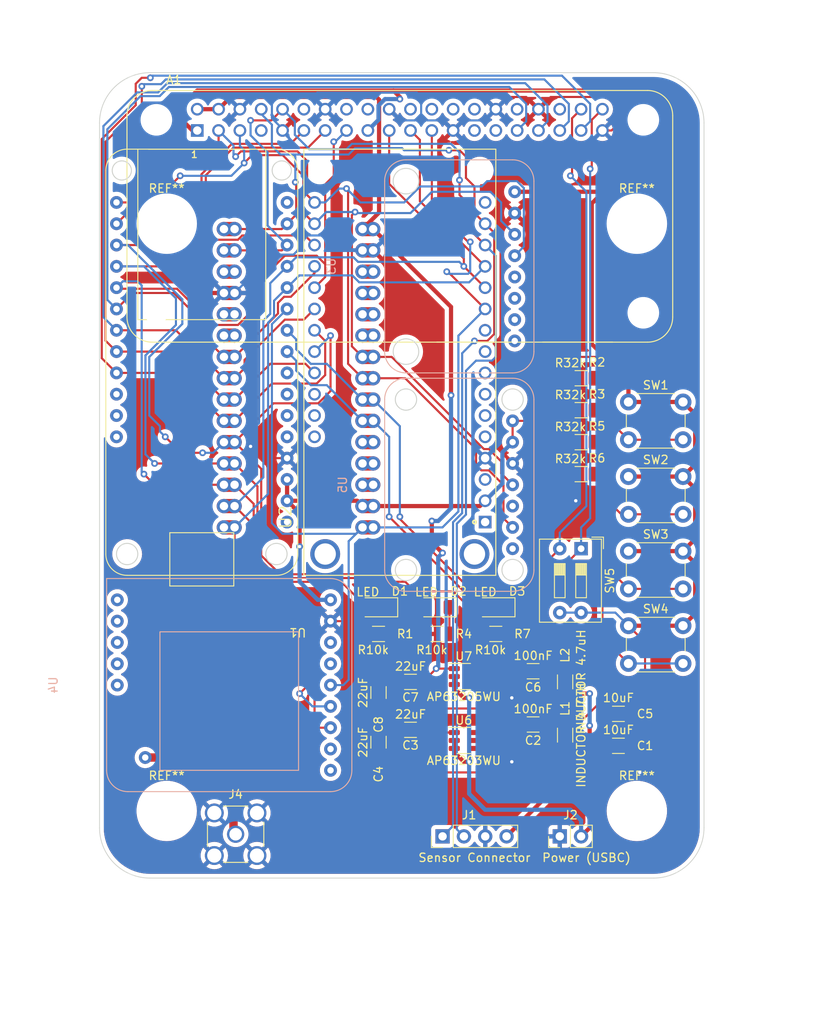
<source format=kicad_pcb>
(kicad_pcb (version 20211014) (generator pcbnew)
  (layers (0 "F.Cu" signal) (31 "B.Cu" signal) (34 "B.Paste" user) (35 "F.Paste" user) (36 "B.SilkS" user "B.Silkscreen") (37 "F.SilkS" user "F.Silkscreen") (38 "B.Mask" user) (39 "F.Mask" user) (44 "Edge.Cuts" user))
  (net 0 "")
  (net 1 "+3V3")
  (net 2 "+5V")
  (net 3 "/SDA")
  (net 4 "/SCL")
  (net 5 "GND")
  (net 7 "/TX")
  (net 8 "/RX")
  (net 9 "/LED3")
  (net 11 "/LED2")
  (net 12 "/LED1")
  (net 15 "/MOSI")
  (net 16 "/MISO")
  (net 18 "/SCK")
  (net 24 "/SW4")
  (net 26 "/SW3")
  (net 27 "/SW2")
  (net 29 "/SW1")
  (net 30 "/SW6")
  (net 31 "/SW5")
  (net 39 "VIN")
  (net 40 "Net-(C2-Pad1)")
  (net 41 "Net-(C2-Pad2)")
  (net 42 "Net-(C3-Pad2)")
  (net 43 "Net-(C6-Pad1)")
  (net 44 "Net-(C6-Pad2)")
  (net 45 "Net-(C7-Pad2)")
  (net 54 "Net-(D1-Pad1)")
  (net 55 "Net-(D2-Pad1)")
  (net 56 "Net-(D3-Pad1)")
  (net 57 "Net-(R2-Pad1)")
  (net 58 "Net-(R3-Pad1)")
  (net 59 "Net-(R5-Pad1)")
  (net 60 "Net-(R6-Pad1)")
  (net 77 "/SMA")
  (net 86 "/CS")
  (footprint "Adafruit Feather ESP8266:XCVR_Adafruit Feather ESP8266" (layer "F.Cu") (at 64.77 56.515 90)
    (fp_text reference "U2")
    (fp_text value "2821")
  )
  (footprint "Inductor_SMD:L_1206_3216Metric" (layer "F.Cu") (at 84.455 94.615 -90)
    (fp_text reference "L2")
    (fp_text value "INDUCTOR 4.7uH")
  )
  (footprint "Package_TO_SOT_SMD:TSOT-23-6" (layer "F.Cu") (at 72.39 101.6)
    (fp_text reference "U6")
    (fp_text value "AP63203WU")
  )
  (footprint "Capacitor_SMD:C_1206_3216Metric" (layer "F.Cu") (at 62.23 101.805 -90)
    (fp_text reference "C4")
    (fp_text value "22uF")
  )
  (footprint "Adafruit ESPs:ESP32-S3" (layer "F.Cu") (at 52.61 81.915 180)
    (fp_text reference "U1")
    (fp_text value "ESP32-S3")
    (fp_circle (center 20.955 48.26) (end 22.098 48.26) (layer "Edge.Cuts") (width 0.12) (fill none))
    (fp_circle (center 1.905 48.26) (end 3.048 48.26) (layer "Edge.Cuts") (width 0.12) (fill none))
    (fp_circle (center 20.32 2.54) (end 20.32 1.27) (layer "Edge.Cuts") (width 0.12) (fill none))
    (fp_circle (center 2.54 2.54) (end 3.81 2.54) (layer "Edge.Cuts") (width 0.12) (fill none))
  )
  (footprint "Resistor_SMD:R_1206_3216Metric" (layer "F.Cu") (at 76.2 88.9 180)
    (fp_text reference "R7")
    (fp_text value "R10k")
  )
  (footprint "Capacitor_SMD:C_1206_3216Metric" (layer "F.Cu") (at 80.645 99.695 180)
    (fp_text reference "C2")
    (fp_text value "100nF")
  )
  (footprint "Capacitor_SMD:C_1206_3216Metric" (layer "F.Cu") (at 90.805 98.425)
    (fp_text reference "C5")
    (fp_text value "10uF")
  )
  (footprint "Capacitor_SMD:C_1206_3216Metric" (layer "F.Cu") (at 90.805 102.235)
    (fp_text reference "C1")
    (fp_text value "10uF")
  )
  (footprint "Button_Switch_THT:SW_PUSH_6mm" (layer "F.Cu") (at 92 70.14)
    (fp_text reference "SW2")
    (fp_text value "SW_MEC_5E")
  )
  (footprint "LED_SMD:LED_1206_3216Metric" (layer "F.Cu") (at 62.23 85.725 180)
    (fp_text reference "D1")
    (fp_text value "LED")
  )
  (footprint "Resistor_SMD:R_1206_3216Metric" (layer "F.Cu") (at 86.36 62.23 180)
    (fp_text reference "R3")
    (fp_text value "R32k")
  )
  (footprint "Resistor_SMD:R_1206_3216Metric" (layer "F.Cu") (at 86.36 58.42 180)
    (fp_text reference "R2")
    (fp_text value "R32k")
  )
  (footprint "Button_Switch_THT:SW_PUSH_6mm" (layer "F.Cu") (at 92 79.03)
    (fp_text reference "SW3")
    (fp_text value "SW_MEC_5E")
  )
  (footprint "MountingHole:MountingHole_3.2mm_M3" (layer "F.Cu") (at 37 40)
    (fp_text reference "REF**")
    (fp_text value "MountingHole_3.2mm_M3")
  )
  (footprint "Connector_Coaxial:SMA_Amphenol_132134-11_Vertical" (layer "F.Cu") (at 45.212 112.776)
    (fp_text reference "J4")
    (fp_text value "Conn_Coaxial")
  )
  (footprint "Capacitor_SMD:C_1206_3216Metric" (layer "F.Cu") (at 80.645 93.345 180)
    (fp_text reference "C6")
    (fp_text value "100nF")
  )
  (footprint "Arduino Nano:NANO_33_Socket_Castell" (layer "F.Cu") (at 52.705 58.42 90)
    (fp_text reference "J3")
    (fp_text value "Arduino-NANO-33")
  )
  (footprint "Connector_PinHeader_2.54mm:PinHeader_1x02_P2.54mm_Vertical" (layer "F.Cu") (at 83.82 113.03 90)
    (fp_text reference "J2")
    (fp_text value "Power (USBC)")
  )
  (footprint "Button_Switch_THT:SW_PUSH_6mm" (layer "F.Cu") (at 92 61.25)
    (fp_text reference "SW1")
    (fp_text value "SW_MEC_5E")
  )
  (footprint "pi_zero:ADA3708_RPI-ZERO" (layer "F.Cu") (at 64.77 27.62)
    (fp_text reference "A1")
    (fp_text value "Pi-Zero")
  )
  (footprint "Capacitor_SMD:C_1206_3216Metric" (layer "F.Cu") (at 66.04 94.615 180)
    (fp_text reference "C7")
    (fp_text value "22uF")
  )
  (footprint "Button_Switch_THT:SW_PUSH_6mm" (layer "F.Cu") (at 92 87.92)
    (fp_text reference "SW4")
    (fp_text value "SW_MEC_5E")
  )
  (footprint "Button_Switch_THT:SW_DIP_SPSTx02_Slide_9.78x7.26mm_W7.62mm_P2.54mm" (layer "F.Cu") (at 86.36 78.74 -90)
    (fp_text reference "SW5")
    (fp_text value "SW_DIP_x02")
  )
  (footprint "MountingHole:MountingHole_3.2mm_M3" (layer "F.Cu") (at 93 110)
    (fp_text reference "REF**")
    (fp_text value "MountingHole_3.2mm_M3")
  )
  (footprint "Package_TO_SOT_SMD:TSOT-23-6" (layer "F.Cu") (at 72.39 93.98)
    (fp_text reference "U7")
    (fp_text value "AP63205WU")
  )
  (footprint "LED_SMD:LED_1206_3216Metric" (layer "F.Cu") (at 76.2 85.725 180)
    (fp_text reference "D3")
    (fp_text value "LED")
  )
  (footprint "Capacitor_SMD:C_1206_3216Metric" (layer "F.Cu") (at 66.04 100.33 180)
    (fp_text reference "C3")
    (fp_text value "22uF")
  )
  (footprint "Resistor_SMD:R_1206_3216Metric" (layer "F.Cu") (at 69.215 88.9 180)
    (fp_text reference "R4")
    (fp_text value "R10k")
  )
  (footprint "MountingHole:MountingHole_3.2mm_M3" (layer "F.Cu") (at 37 110)
    (fp_text reference "REF**")
    (fp_text value "MountingHole_3.2mm_M3")
  )
  (footprint "LED_SMD:LED_1206_3216Metric" (layer "F.Cu") (at 69.215 85.725 180)
    (fp_text reference "D2")
    (fp_text value "LED")
  )
  (footprint "Connector_PinHeader_2.54mm:PinHeader_1x04_P2.54mm_Vertical" (layer "F.Cu") (at 69.86 113.03 90)
    (fp_text reference "J1")
    (fp_text value "Sensor Connector")
  )
  (footprint "Resistor_SMD:R_1206_3216Metric" (layer "F.Cu") (at 86.36 69.85 180)
    (fp_text reference "R6")
    (fp_text value "R32k")
  )
  (footprint "Resistor_SMD:R_1206_3216Metric" (layer "F.Cu") (at 62.23 88.9 180)
    (fp_text reference "R1")
    (fp_text value "R10k")
  )
  (footprint "Capacitor_SMD:C_1206_3216Metric" (layer "F.Cu") (at 62.23 95.885 -90)
    (fp_text reference "C8")
    (fp_text value "22uF")
  )
  (footprint "MountingHole:MountingHole_3.2mm_M3" (layer "F.Cu") (at 93 40)
    (fp_text reference "REF**")
    (fp_text value "MountingHole_3.2mm_M3")
  )
  (footprint "Inductor_SMD:L_1206_3216Metric" (layer "F.Cu") (at 84.455 100.965 -90)
    (fp_text reference "L1")
    (fp_text value "INDUCTOR 4.7uH")
  )
  (footprint "Resistor_SMD:R_1206_3216Metric" (layer "F.Cu") (at 86.36 66.04 180)
    (fp_text reference "R5")
    (fp_text value "R32k")
  )
  (footprint "Adafruit_Sensors:BME280 I2C Temperature Sensor" (layer "B.Cu") (at 62.96 71.12 -90)
    (fp_text reference "U5")
    (fp_text value "BME280_Temperature_Sensor")
    (fp_circle (center -10.16 -2.54) (end -8.89 -2.54) (layer "Edge.Cuts") (width 0.12) (fill none))
    (fp_circle (center 10.16 -15.24) (end 10.16 -13.97) (layer "Edge.Cuts") (width 0.12) (fill none))
    (fp_circle (center 10.16 -2.54) (end 11.43 -2.54) (layer "Edge.Cuts") (width 0.12) (fill none))
    (fp_circle (center -10.16 -15.24) (end -10.16 -13.97) (layer "Edge.Cuts") (width 0.12) (fill none))
  )
  (footprint "Adafruit_Sensors:DS3231 Precision RTC" (layer "B.Cu") (at 62.96 45.085 -90)
    (fp_text reference "U3")
    (fp_text value "DS3231_Precision_RTC")
    (fp_circle (center -10.16 -2.54) (end -8.636 -2.54) (layer "Edge.Cuts") (width 0.12) (fill none))
    (fp_circle (center 10.16 -2.54) (end 11.684 -2.54) (layer "Edge.Cuts") (width 0.12) (fill none))
  )
  (footprint "Adafruit_Sensors:FM95W LoRa Radio Transceiver" (layer "B.Cu") (at 29.845 94.996 -90)
    (fp_text reference "U4")
    (fp_text value "RFM95W_LoRa_Radio_Transceiver")
  )
  (gr_arc (start 95 22) (mid 99.242641 23.757359) (end 101 28) (layer "Edge.Cuts") (width 0.1))
  (gr_line (start 35 118) (end 95 118) (layer "Edge.Cuts") (width 0.1))
  (gr_line (start 101 112) (end 101 28) (layer "Edge.Cuts") (width 0.1))
  (gr_arc (start 101 112) (mid 99.242641 116.242641) (end 95 118) (layer "Edge.Cuts") (width 0.1))
  (gr_line (start 35 22) (end 95 22) (layer "Edge.Cuts") (width 0.1))
  (gr_arc (start 29 28) (mid 30.757359 23.757359) (end 35 22) (layer "Edge.Cuts") (width 0.1))
  (gr_line (start 29 28) (end 29 112) (layer "Edge.Cuts") (width 0.1))
  (gr_arc (start 35 118) (mid 30.757359 116.242641) (end 29 112) (layer "Edge.Cuts") (width 0.1))
  (segment (start 40.64 24.13) (end 64.008 24.13) (width 0.5) (layer "F.Cu") (net 1))
  (segment (start 51.34 73.025) (end 59.69 73.025) (width 0.5) (layer "F.Cu") (net 1))
  (segment (start 67.515 103.71) (end 67.515 100.33) (width 0.25) (layer "F.Cu") (net 1))
  (segment (start 81.61 102.54) (end 78.74 105.41) (width 0.25) (layer "F.Cu") (net 1))
  (segment (start 98.5 87.92) (end 92 87.92) (width 0.5) (layer "F.Cu") (net 1))
  (segment (start 61.595 73.66) (end 74.295 73.66) (width 0.5) (layer "F.Cu") (net 1))
  (segment (start 38.608 27.432) (end 38.608 26.162) (width 0.5) (layer "F.Cu") (net 1))
  (segment (start 67.835 100.65) (end 71.2525 100.65) (width 0.25) (layer "F.Cu") (net 1))
  (segment (start 78.2 63.5) (end 78.2 66.04) (width 0.25) (layer "F.Cu") (net 1))
  (segment (start 38.608 26.162) (end 40.64 24.13) (width 0.5) (layer "F.Cu") (net 1))
  (segment (start 59.69 73.025) (end 60.325 73.66) (width 0.5) (layer "F.Cu") (net 1))
  (segment (start 87.63 37.592) (end 87.63 54.34) (width 0.5) (layer "F.Cu") (net 1))
  (segment (start 64.008 24.13) (end 90.424 24.13) (width 0.5) (layer "F.Cu") (net 1))
  (segment (start 40.066 28.89) (end 38.608 27.432) (width 0.5) (layer "F.Cu") (net 1))
  (segment (start 92.548632 95.25) (end 93.98 93.818632) (width 0.25) (layer "F.Cu") (net 1))
  (segment (start 91.186 34.036) (end 89.027 36.195) (width 0.5) (layer "F.Cu") (net 1))
  (segment (start 98.5 70.14) (end 99.949511 71.589511) (width 0.5) (layer "F.Cu") (net 1))
  (segment (start 98.5 70.14) (end 92 70.14) (width 0.5) (layer "F.Cu") (net 1))
  (segment (start 89.17 55.88) (end 83.82 55.88) (width 0.25) (layer "F.Cu") (net 1))
  (segment (start 99.949511 80.479511) (end 99.949511 86.470489) (width 0.5) (layer "F.Cu") (net 1))
  (segment (start 98.5 79.03) (end 92 79.03) (width 0.5) (layer "F.Cu") (net 1))
  (segment (start 40.64 28.89) (end 40.066 28.89) (width 0.5) (layer "F.Cu") (net 1))
  (segment (start 92 61.25) (end 98.5 61.25) (width 0.5) (layer "F.Cu") (net 1))
  (segment (start 51.34 70.485) (end 51.34 73.025) (width 0.5) (layer "F.Cu") (net 1))
  (segment (start 84.455 102.54) (end 81.61 102.54) (width 0.25) (layer "F.Cu") (net 1))
  (segment (start 92 58.71) (end 92 61.25) (width 0.5) (layer "F.Cu") (net 1))
  (segment (start 74.295 73.66) (end 74.93 73.025) (width 0.5) (layer "F.Cu") (net 1))
  (segment (start 93.98 93.818632) (end 93.98 89.9) (width 0.25) (layer "F.Cu") (net 1))
  (segment (start 64.77 24.892) (end 64.77 25.146) (width 0.5) (layer "F.Cu") (net 1))
  (segment (start 80.01 63.5) (end 78.2 63.5) (width 0.25) (layer "F.Cu") (net 1))
  (segment (start 99.949511 77.580489) (end 98.5 79.03) (width 0.5) (layer "F.Cu") (net 1))
  (segment (start 89.027 36.195) (end 87.63 37.592) (width 0.5) (layer "F.Cu") (net 1))
  (segment (start 99.949511 86.470489) (end 98.5 87.92) (width 0.5) (layer "F.Cu") (net 1))
  (segment (start 98.5 61.25) (end 99.949511 62.699511) (width 0.5) (layer "F.Cu") (net 1))
  (segment (start 52.832 74.517) (end 51.34 73.025) (width 0.5) (layer "F.Cu") (net 1))
  (segment (start 52.832 78.486) (end 52.832 74.517) (width 0.5) (layer "F.Cu") (net 1))
  (segment (start 86.106 99.568) (end 90.424 95.25) (width 0.25) (layer "F.Cu") (net 1))
  (segment (start 90.424 95.25) (end 92.548632 95.25) (width 0.25) (layer "F.Cu") (net 1))
  (segment (start 69.215 105.41) (end 67.515 103.71) (width 0.25) (layer "F.Cu") (net 1))
  (segment (start 99.949511 68.690489) (end 98.5 70.14) (width 0.5) (layer "F.Cu") (net 1))
  (segment (start 78.74 105.41) (end 69.215 105.41) (width 0.25) (layer "F.Cu") (net 1))
  (segment (start 83.82 55.88) (end 81.28 58.42) (width 0.25) (layer "F.Cu") (net 1))
  (segment (start 81.28 58.42) (end 81.28 62.23) (width 0.25) (layer "F.Cu") (net 1))
  (segment (start 87.63 54.34) (end 92 58.71) (width 0.5) (layer "F.Cu") (net 1))
  (segment (start 99.949511 62.699511) (end 99.949511 68.690489) (width 0.5) (layer "F.Cu") (net 1))
  (segment (start 81.28 62.23) (end 80.01 63.5) (width 0.25) (layer "F.Cu") (net 1))
  (segment (start 90.424 24.13) (end 91.186 24.892) (width 0.5) (layer "F.Cu") (net 1))
  (segment (start 84.455 102.54) (end 86.106 100.889) (width 0.25) (layer "F.Cu") (net 1))
  (segment (start 91.186 24.892) (end 91.186 34.036) (width 0.5) (layer "F.Cu") (net 1))
  (segment (start 99.949511 71.589511) (end 99.949511 77.580489) (width 0.5) (layer "F.Cu") (net 1))
  (segment (start 64.008 24.13) (end 64.77 24.892) (width 0.5) (layer "F.Cu") (net 1))
  (segment (start 67.515 100.33) (end 67.835 100.65) (width 0.25) (layer "F.Cu") (net 1))
  (segment (start 98.5 79.03) (end 99.949511 80.479511) (width 0.5) (layer "F.Cu") (net 1))
  (segment (start 89.027 36.195) (end 78.454 36.195) (width 0.5) (layer "F.Cu") (net 1))
  (segment (start 86.106 100.889) (end 86.106 99.568) (width 0.25) (layer "F.Cu") (net 1))
  (segment (start 93.98 89.9) (end 92 87.92) (width 0.25) (layer "F.Cu") (net 1))
  (segment (start 60.325 73.66) (end 61.595 73.66) (width 0.5) (layer "F.Cu") (net 1))
  (via (at 52.832 78.486) (size 0.8) (drill 0.4) (layers "F.Cu" "B.Cu") (net 1))
  (via (at 64.77 25.146) (size 0.8) (drill 0.4) (layers "F.Cu" "B.Cu") (net 1))
  (segment (start 90.44 86.36) (end 92 87.92) (width 0.25) (layer "B.Cu") (net 1))
  (segment (start 62.23 27.62) (end 60.96 28.89) (width 0.5) (layer "B.Cu") (net 1))
  (segment (start 76.988489 70.966511) (end 76.988489 67.251511) (width 0.5) (layer "B.Cu") (net 1))
  (segment (start 83.82 86.36) (end 86.36 86.36) (width 0.25) (layer "B.Cu") (net 1))
  (segment (start 62.23 25.917977) (end 62.23 27.62) (width 0.5) (layer "B.Cu") (net 1))
  (segment (start 52.832 82.677) (end 52.832 78.486) (width 0.5) (layer "B.Cu") (net 1))
  (segment (start 52.832 82.677) (end 54.991 84.836) (width 0.5) (layer "B.Cu") (net 1))
  (segment (start 63.001977 25.146) (end 62.23 25.917977) (width 0.5) (layer "B.Cu") (net 1))
  (segment (start 86.36 86.36) (end 90.44 86.36) (width 0.25) (layer "B.Cu") (net 1))
  (segment (start 64.77 25.146) (end 63.001977 25.146) (width 0.5) (layer "B.Cu") (net 1))
  (segment (start 74.93 73.025) (end 76.988489 70.966511) (width 0.5) (layer "B.Cu") (net 1))
  (segment (start 76.988489 67.251511) (end 78.2 66.04) (width 0.5) (layer "B.Cu") (net 1))
  (segment (start 54.991 84.836) (end 56.515 84.836) (width 0.5) (layer "B.Cu") (net 1))
  (segment (start 87.376 103.134) (end 87.376 99.822) (width 0.5) (layer "F.Cu") (net 2))
  (segment (start 69.85 79.248) (end 68.58 77.978) (width 0.5) (layer "F.Cu") (net 2))
  (segment (start 87.376 96.012) (end 84.633 96.012) (width 0.5) (layer "F.Cu") (net 2))
  (segment (start 67.515 96.09) (end 67.515 94.615) (width 0.25) (layer "F.Cu") (net 2))
  (segment (start 71.2525 93.03) (end 69.1 93.03) (width 0.25) (layer "F.Cu") (net 2))
  (segment (start 68.58 77.978) (end 68.58 75.438) (width 0.5) (layer "F.Cu") (net 2))
  (segment (start 43.18 26.35) (end 44.638 24.892) (width 0.5) (layer "F.Cu") (net 2))
  (segment (start 69.215 97.79) (end 67.515 96.09) (width 0.25) (layer "F.Cu") (net 2))
  (segment (start 77.48 113.03) (end 87.376 103.134) (width 0.5) (layer "F.Cu") (net 2))
  (segment (start 62.296489 38.668511) (end 60.325 40.64) (width 0.5) (layer "F.Cu") (net 2))
  (segment (start 69.1 93.03) (end 67.515 94.615) (width 0.25) (layer "F.Cu") (net 2))
  (segment (start 84.455 96.19) (end 80.34 96.19) (width 0.25) (layer "F.Cu") (net 2))
  (segment (start 61.976 24.892) (end 62.296489 25.212489) (width 0.5) (layer "F.Cu") (net 2))
  (segment (start 78.74 97.79) (end 69.215 97.79) (width 0.25) (layer "F.Cu") (net 2))
  (segment (start 61.595 40.64) (end 70.866 49.911) (width 0.5) (layer "F.Cu") (net 2))
  (segment (start 80.34 96.19) (end 78.74 97.79) (width 0.25) (layer "F.Cu") (net 2))
  (segment (start 62.296489 25.212489) (end 62.296489 38.668511) (width 0.5) (layer "F.Cu") (net 2))
  (segment (start 70.866 49.911) (end 70.866 60.452) (width 0.5) (layer "F.Cu") (net 2))
  (segment (start 44.638 24.892) (end 61.976 24.892) (width 0.5) (layer "F.Cu") (net 2))
  (segment (start 84.633 96.012) (end 84.455 96.19) (width 0.5) (layer "F.Cu") (net 2))
  (segment (start 40.64 26.35) (end 43.18 26.35) (width 0.5) (layer "F.Cu") (net 2))
  (via (at 68.58 75.438) (size 0.8) (drill 0.4) (layers "F.Cu" "B.Cu") (net 2))
  (via (at 69.85 79.248) (size 0.8) (drill 0.4) (layers "F.Cu" "B.Cu") (net 2))
  (via (at 87.376 99.822) (size 0.8) (drill 0.4) (layers "F.Cu" "B.Cu") (net 2))
  (via (at 70.866 60.452) (size 0.8) (drill 0.4) (layers "F.Cu" "B.Cu") (net 2))
  (via (at 87.376 96.012) (size 0.8) (drill 0.4) (layers "F.Cu" "B.Cu") (net 2))
  (via (at 69.1 93.03) (size 0.8) (drill 0.4) (layers "F.Cu" "B.Cu") (net 2))
  (segment (start 69.342 75.438) (end 68.58 75.438) (width 0.5) (layer "B.Cu") (net 2))
  (segment (start 69.342 92.788) (end 69.1 93.03) (width 0.5) (layer "B.Cu") (net 2))
  (segment (start 87.376 99.822) (end 87.376 96.012) (width 0.5) (layer "B.Cu") (net 2))
  (segment (start 69.85 79.248) (end 69.342 79.756) (width 0.5) (layer "B.Cu") (net 2))
  (segment (start 70.866 60.452) (end 70.866 73.914) (width 0.5) (layer "B.Cu") (net 2))
  (segment (start 69.342 79.756) (end 69.342 92.788) (width 0.5) (layer "B.Cu") (net 2))
  (segment (start 70.866 73.914) (end 69.342 75.438) (width 0.5) (layer "B.Cu") (net 2))
  (segment (start 31.02 37.465) (end 32.385 37.465) (width 0.25) (layer "F.Cu") (net 3))
  (segment (start 45.212 32.004) (end 45.83696 31.37904) (width 0.25) (layer "F.Cu") (net 3))
  (segment (start 38.1 31.75) (end 41.91 31.75) (width 0.25) (layer "F.Cu") (net 3))
  (segment (start 41.91 31.75) (end 43.18 30.48) (width 0.25) (layer "F.Cu") (net 3))
  (segment (start 58.60548 35.99948) (end 58.60548 56.70048) (width 0.25) (layer "F.Cu") (net 3))
  (segment (start 73.851489 66.866489) (end 73.851489 68.771489) (width 0.25) (layer "F.Cu") (net 3))
  (segment (start 65.405 58.42) (end 73.851489 66.866489) (width 0.25) (layer "F.Cu") (net 3))
  (segment (start 53.727479 32.528519) (end 53.727479 36.582479) (width 0.25) (layer "F.Cu") (net 3))
  (segment (start 43.18 30.48) (end 43.18 28.89) (width 0.25) (layer "F.Cu") (net 3))
  (segment (start 77.113489 71.143243) (end 77.113489 75.113489) (width 0.25) (layer "F.Cu") (net 3))
  (segment (start 32.385 37.465) (end 38.1 31.75) (width 0.25) (layer "F.Cu") (net 3))
  (segment (start 74.486489 69.406489) (end 75.376735 69.406489) (width 0.25) (layer "F.Cu") (net 3))
  (segment (start 75.376735 69.406489) (end 77.113489 71.143243) (width 0.25) (layer "F.Cu") (net 3))
  (segment (start 58.60548 56.70048) (end 60.325 58.42) (width 0.25) (layer "F.Cu") (net 3))
  (segment (start 77.113489 75.113489) (end 78.2 76.2) (width 0.25) (layer "F.Cu") (net 3))
  (segment (start 53.727479 36.582479) (end 54.61 37.465) (width 0.25) (layer "F.Cu") (net 3))
  (segment (start 58.42 35.814) (end 58.60548 35.99948) (width 0.25) (layer "F.Cu") (net 3))
  (segment (start 61.595 58.42) (end 65.405 58.42) (width 0.25) (layer "F.Cu") (net 3))
  (segment (start 45.83696 31.37904) (end 52.578 31.37904) (width 0.25) (layer "F.Cu") (net 3))
  (segment (start 52.578 31.37904) (end 53.727479 32.528519) (width 0.25) (layer "F.Cu") (net 3))
  (segment (start 73.851489 68.771489) (end 74.486489 69.406489) (width 0.25) (layer "F.Cu") (net 3))
  (via (at 58.42 35.814) (size 0.8) (drill 0.4) (layers "F.Cu" "B.Cu") (net 3))
  (via (at 45.212 32.004) (size 0.8) (drill 0.4) (layers "F.Cu" "B.Cu") (net 3))
  (segment (start 79.540511 42.728489) (end 79.540511 35.744951) (width 0.25) (layer "B.Cu") (net 3))
  (segment (start 44.958 30.668) (end 44.958 31.75) (width 0.25) (layer "B.Cu") (net 3))
  (segment (start 55.88 37.465) (end 54.61 37.465) (width 0.25) (layer "B.Cu") (net 3))
  (segment (start 67.198073 35.56) (end 65.293073 37.465) (width 0.25) (layer "B.Cu") (net 3))
  (segment (start 74.5361 35.56) (end 67.198073 35.56) (width 0.25) (layer "B.Cu") (net 3))
  (segment (start 75.1711 34.925) (end 74.5361 35.56) (width 0.25) (layer "B.Cu") (net 3))
  (segment (start 78.454 43.815) (end 79.540511 42.728489) (width 0.25) (layer "B.Cu") (net 3))
  (segment (start 65.293073 37.465) (end 60.071 37.465) (width 0.25) (layer "B.Cu") (net 3))
  (segment (start 78.72056 34.925) (end 75.1711 34.925) (width 0.25) (layer "B.Cu") (net 3))
  (segment (start 60.071 37.465) (end 58.42 35.814) (width 0.25) (layer "B.Cu") (net 3))
  (segment (start 43.18 28.89) (end 44.958 30.668) (width 0.25) (layer "B.Cu") (net 3))
  (segment (start 58.42 35.814) (end 57.531 35.814) (width 0.25) (layer "B.Cu") (net 3))
  (segment (start 79.540511 35.744951) (end 78.72056 34.925) (width 0.25) (layer "B.Cu") (net 3))
  (segment (start 57.531 35.814) (end 55.88 37.465) (width 0.25) (layer "B.Cu") (net 3))
  (segment (start 44.958 31.75) (end 45.212 32.004) (width 0.25) (layer "B.Cu") (net 3))
  (segment (start 53.277959 38.672959) (end 54.61 40.005) (width 0.25) (layer "F.Cu") (net 4))
  (segment (start 61.595 55.88) (end 63.800058 55.88) (width 0.25) (layer "F.Cu") (net 4))
  (segment (start 75.376735 66.866489) (end 76.835 68.324754) (width 0.25) (layer "F.Cu") (net 4))
  (segment (start 59.055 38.989) (end 59.436 38.608) (width 0.25) (layer "F.Cu") (net 4))
  (segment (start 60.325 55.88) (end 59.055 54.61) (width 0.25) (layer "F.Cu") (net 4))
  (segment (start 59.055 54.61) (end 59.055 38.989) (width 0.25) (layer "F.Cu") (net 4))
  (segment (start 38.608 34.29) (end 37.338 35.56) (width 0.25) (layer "F.Cu") (net 4))
  (segment (start 35.465 35.56) (end 31.02 40.005) (width 0.25) (layer "F.Cu") (net 4))
  (segment (start 74.786547 66.866489) (end 75.376735 66.866489) (width 0.25) (layer "F.Cu") (net 4))
  (segment (start 63.800058 55.88) (end 74.786547 66.866489) (width 0.25) (layer "F.Cu") (net 4))
  (segment (start 53.277959 34.29) (end 53.277959 38.672959) (width 0.25) (layer "F.Cu") (net 4))
  (segment (start 37.338 35.56) (end 35.465 35.56) (width 0.25) (layer "F.Cu") (net 4))
  (segment (start 47.16544 31.82856) (end 50.816519 31.82856) (width 0.25) (layer "F.Cu") (net 4))
  (segment (start 46.228 32.766) (end 47.16544 31.82856) (width 0.25) (layer "F.Cu") (net 4))
  (segment (start 76.835 68.324754) (end 76.835 69.755) (width 0.25) (layer "F.Cu") (net 4))
  (segment (start 76.835 69.755) (end 78.2 71.12) (width 0.25) (layer "F.Cu") (net 4))
  (segment (start 50.816519 31.82856) (end 53.277959 34.29) (width 0.25) (layer "F.Cu") (net 4))
  (via (at 46.228 32.766) (size 0.8) (drill 0.4) (layers "F.Cu" "B.Cu") (net 4))
  (via (at 59.436 38.608) (size 0.8) (drill 0.4) (layers "F.Cu" "B.Cu") (net 4))
  (via (at 38.608 34.29) (size 0.8) (drill 0.4) (layers "F.Cu" "B.Cu") (net 4))
  (segment (start 66.04 38.735) (end 68.58 36.195) (width 0.25) (layer "B.Cu") (net 4))
  (segment (start 76.835 37.465) (end 76.835 39.656) (width 0.25) (layer "B.Cu") (net 4))
  (segment (start 56.007 38.608) (end 59.436 38.608) (width 0.25) (layer "B.Cu") (net 4))
  (segment (start 75.565 36.195) (end 76.835 37.465) (width 0.25) (layer "B.Cu") (net 4))
  (segment (start 54.61 40.005) (end 56.007 38.608) (width 0.25) (layer "B.Cu") (net 4))
  (segment (start 45.72 30.734) (end 46.228 31.242) (width 0.25) (layer "B.Cu") (net 4))
  (segment (start 45.72 28.89) (end 45.72 30.734) (width 0.25) (layer "B.Cu") (net 4))
  (segment (start 46.228 31.242) (end 46.228 32.766) (width 0.25) (layer "B.Cu") (net 4))
  (segment (start 59.436 38.608) (end 59.563 38.735) (width 0.25) (layer "B.Cu") (net 4))
  (segment (start 44.704 34.29) (end 46.228 32.766) (width 0.25) (layer "B.Cu") (net 4))
  (segment (start 38.608 34.29) (end 44.704 34.29) (width 0.25) (layer "B.Cu") (net 4))
  (segment (start 68.58 36.195) (end 75.565 36.195) (width 0.25) (layer "B.Cu") (net 4))
  (segment (start 59.563 38.735) (end 66.04 38.735) (width 0.25) (layer "B.Cu") (net 4))
  (segment (start 76.835 39.656) (end 78.454 41.275) (width 0.25) (layer "B.Cu") (net 4))
  (segment (start 92.28 98.425) (end 92.28 102.235) (width 0.5) (layer "F.Cu") (net 5))
  (segment (start 48.387 67.945) (end 51.34 67.945) (width 0.25) (layer "F.Cu") (net 5))
  (segment (start 90.61148 26.09548) (end 90.61148 28.26052) (width 0.25) (layer "F.Cu") (net 5))
  (segment (start 90.61148 28.26052) (end 89.982 28.89) (width 0.25) (layer "F.Cu") (net 5))
  (segment (start 62.09202 90.22452) (end 66.42798 90.22452) (width 0.5) (layer "F.Cu") (net 5))
  (segment (start 59.2435 87.376) (end 60.7675 88.9) (width 0.25) (layer "F.Cu") (net 5))
  (segment (start 92.28 104.345) (end 93.345 105.41) (width 0.5) (layer "F.Cu") (net 5))
  (segment (start 84.8975 69.85) (end 84.8975 72.1975) (width 0.5) (layer "F.Cu") (net 5))
  (segment (start 77.658 24.892) (end 79.822 24.892) (width 0.25) (layer "F.Cu") (net 5))
  (segment (start 76.2 26.35) (end 77.658 24.892) (width 0.25) (layer "F.Cu") (net 5))
  (segment (start 76.515 102.55) (end 78.105 104.14) (width 0.5) (layer "F.Cu") (net 5))
  (segment (start 73.41298 90.22452) (end 74.7375 88.9) (width 0.5) (layer "F.Cu") (net 5))
  (segment (start 79.822 24.892) (end 81.28 26.35) (width 0.25) (layer "F.Cu") (net 5))
  (segment (start 62.23 97.36) (end 60.88048 98.70952) (width 0.5) (layer "F.Cu") (net 5))
  (segment (start 82.738 24.892) (end 89.408 24.892) (width 0.25) (layer "F.Cu") (net 5))
  (segment (start 66.42798 90.22452) (end 73.41298 90.22452) (width 0.5) (layer "F.Cu") (net 5))
  (segment (start 84.8975 69.85) (end 84.8975 58.42) (width 0.5) (layer "F.Cu") (net 5))
  (segment (start 89.408 24.892) (end 90.61148 26.09548) (width 0.25) (layer "F.Cu") (net 5))
  (segment (start 73.5275 102.55) (end 76.515 102.55) (width 0.5) (layer "F.Cu") (net 5))
  (segment (start 78.105 96.52) (end 77.88125 96.52) (width 0.5) (layer "F.Cu") (net 5))
  (segment (start 56.515 87.376) (end 59.2435 87.376) (width 0.25) (layer "F.Cu") (net 5))
  (segment (start 60.88048 98.70952) (end 60.88048 101.93048) (width 0.5) (layer "F.Cu") (net 5))
  (segment (start 60.7675 88.9) (end 60.7675 95.8975) (width 0.5) (layer "F.Cu") (net 5))
  (segment (start 81.28 26.35) (end 82.738 24.892) (width 0.25) (layer "F.Cu") (net 5))
  (segment (start 62.09202 90.22452) (end 60.7675 88.9) (width 0.5) (layer "F.Cu") (net 5))
  (segment (start 46.99 66.548) (end 48.387 67.945) (width 0.25) (layer "F.Cu") (net 5))
  (segment (start 77.88125 96.52) (end 76.29125 94.93) (width 0.5) (layer "F.Cu") (net 5))
  (segment (start 60.88048 101.93048) (end 62.23 103.28) (width 0.5) (layer "F.Cu") (net 5))
  (segment (start 76.29125 94.93) (end 73.5275 94.93) (width 0.5) (layer "F.Cu") (net 5))
  (segment (start 60.7675 95.8975) (end 62.23 97.36) (width 0.5) (layer "F.Cu") (net 5))
  (segment (start 89.982 28.89) (end 88.9 28.89) (width 0.25) (layer "F.Cu") (net 5))
  (segment (start 84.8975 72.1975) (end 85.725 73.025) (width 0.5) (layer "F.Cu") (net 5))
  (segment (start 66.42798 90.22452) (end 67.7525 88.9) (width 0.5) (layer "F.Cu") (net 5))
  (segment (start 92.28 102.235) (end 92.28 104.345) (width 0.5) (layer "F.Cu") (net 5))
  (via (at 85.725 73.025) (size 0.8) (drill 0.4) (layers "F.Cu" "B.Cu") (net 5))
  (via (at 46.99 66.548) (size 0.8) (drill 0.4) (layers "F.Cu" "B.Cu") (net 5))
  (via (at 93.345 105.41) (size 0.8) (drill 0.4) (layers "F.Cu" "B.Cu") (net 5))
  (via (at 78.105 96.52) (size 0.8) (drill 0.4) (layers "F.Cu" "B.Cu") (net 5))
  (via (at 78.105 104.14) (size 0.8) (drill 0.4) (layers "F.Cu" "B.Cu") (net 5))
  (segment (start 57.404 43.18) (end 55.626 41.402) (width 0.25) (layer "B.Cu") (net 5))
  (segment (start 48.006 63.754) (end 46.99 64.77) (width 0.25) (layer "B.Cu") (net 5))
  (segment (start 67.31 24.892) (end 67.31 26.924) (width 0.25) (layer "B.Cu") (net 5))
  (segment (start 60.325 43.18) (end 57.404 43.18) (width 0.25) (layer "B.Cu") (net 5))
  (segment (start 52.832 42.957283) (end 52.101283 43.688) (width 0.25) (layer "B.Cu") (net 5))
  (segment (start 46.99 64.77) (end 46.99 66.548) (width 0.25) (layer "B.Cu") (net 5))
  (segment (start 49.657 43.688) (end 45.085 48.26) (width 0.25) (layer "B.Cu") (net 5))
  (segment (start 71.12 28.89) (end 72.324 27.686) (width 0.25) (layer "B.Cu") (net 5))
  (segment (start 72.324 27.686) (end 74.864 27.686) (width 0.25) (layer "B.Cu") (net 5))
  (segment (start 54.422 24.892) (end 55.88 26.35) (width 0.25) (layer "B.Cu") (net 5))
  (segment (start 45.085 48.26) (end 46.482 48.26) (width 0.25) (layer "B.Cu") (net 5))
  (segment (start 55.626 41.402) (end 53.34 41.402) (width 0.25) (layer "B.Cu") (net 5))
  (segment (start 74.864 27.686) (end 76.2 26.35) (width 0.25) (layer "B.Cu") (net 5))
  (segment (start 68.072 27.686) (end 69.916 27.686) (width 0.25) (layer "B.Cu") (net 5))
  (segment (start 49.53 25.908) (end 49.53 27.432) (width 0.25) (layer "B.Cu") (net 5))
  (segment (start 66.802 24.384) (end 67.31 24.892) (width 0.25) (layer "B.Cu") (net 5))
  (segment (start 48.006 49.784) (end 48.006 63.754) (width 0.25) (layer "B.Cu") (net 5))
  (segment (start 67.31 26.924) (end 68.072 27.686) (width 0.25) (layer "B.Cu") (net 5))
  (segment (start 52.101283 43.688) (end 49.657 43.688) (width 0.25) (layer "B.Cu") (net 5))
  (segment (start 46.482 48.26) (end 48.006 49.784) (width 0.25) (layer "B.Cu") (net 5))
  (segment (start 48.514 24.892) (end 49.53 25.908) (width 0.25) (layer "B.Cu") (net 5))
  (segment (start 45.72 26.35) (end 47.178 24.892) (width 0.25) (layer "B.Cu") (net 5))
  (segment (start 47.178 24.892) (end 48.514 24.892) (width 0.25) (layer "B.Cu") (net 5))
  (segment (start 67.31 26.924) (end 66.548 27.686) (width 0.25) (layer "B.Cu") (net 5))
  (segment (start 69.916 27.686) (end 71.12 28.89) (width 0.25) (layer "B.Cu") (net 5))
  (segment (start 53.34 41.402) (end 52.832 41.91) (width 0.25) (layer "B.Cu") (net 5))
  (segment (start 54.422 24.892) (end 54.93 24.384) (width 0.25) (layer "B.Cu") (net 5))
  (segment (start 64.836 27.686) (end 63.5 26.35) (width 0.25) (layer "B.Cu") (net 5))
  (segment (start 52.832 41.91) (end 52.832 42.957283) (width 0.25) (layer "B.Cu") (net 5))
  (segment (start 48.514 24.892) (end 54.422 24.892) (width 0.25) (layer "B.Cu") (net 5))
  (segment (start 50.8 28.702) (end 50.8 28.89) (width 0.25) (layer "B.Cu") (net 5))
  (segment (start 54.93 24.384) (end 66.802 24.384) (width 0.25) (layer "B.Cu") (net 5))
  (segment (start 49.53 27.432) (end 50.8 28.702) (width 0.25) (layer "B.Cu") (net 5))
  (segment (start 66.548 27.686) (end 64.836 27.686) (width 0.25) (layer "B.Cu") (net 5))
  (segment (start 50.705 40.64) (end 51.34 40.005) (width 0.25) (layer "F.Cu") (net 7))
  (segment (start 73.66 35.56) (end 73.66 38.735) (width 0.25) (layer "F.Cu") (net 7))
  (segment (start 76.008511 53.151735) (end 76.008511 41.083511) (width 0.25) (layer "F.Cu") (net 7))
  (segment (start 52.324 35.052) (end 52.426511 35.154511) (width 0.25) (layer "F.Cu") (net 7))
  (segment (start 75.185246 53.975) (end 76.008511 53.151735) (width 0.25) (layer "F.Cu") (net 7))
  (segment (start 71.886299 31.246299) (end 72.644 32.004) (width 0.25) (layer "F.Cu") (net 7))
  (segment (start 76.008511 41.083511) (end 74.93 40.005) (width 0.25) (layer "F.Cu") (net 7))
  (segment (start 52.426511 38.918489) (end 51.34 40.005) (width 0.25) (layer "F.Cu") (net 7))
  (segment (start 72.644 32.004) (end 72.644 34.544) (width 0.25) (layer "F.Cu") (net 7))
  (segment (start 70.607701 31.246299) (end 71.886299 31.246299) (width 0.25) (layer "F.Cu") (net 7))
  (segment (start 52.426511 35.154511) (end 52.426511 38.918489) (width 0.25) (layer "F.Cu") (net 7))
  (segment (start 73.66 53.975) (end 75.185246 53.975) (width 0.25) (layer "F.Cu") (net 7))
  (segment (start 45.085 40.64) (end 50.705 40.64) (width 0.25) (layer "F.Cu") (net 7))
  (segment (start 72.644 34.544) (end 73.66 35.56) (width 0.25) (layer "F.Cu") (net 7))
  (segment (start 73.66 38.735) (end 74.93 40.005) (width 0.25) (layer "F.Cu") (net 7))
  (via (at 52.324 35.052) (size 0.8) (drill 0.4) (layers "F.Cu" "B.Cu") (net 7))
  (via (at 73.66 53.975) (size 0.8) (drill 0.4) (layers "F.Cu" "B.Cu") (net 7))
  (via (at 70.607701 31.246299) (size 0.8) (drill 0.4) (layers "F.Cu" "B.Cu") (net 7))
  (segment (start 65.024 30.988) (end 59.436 30.988) (width 0.25) (layer "B.Cu") (net 7))
  (segment (start 71.107969 111.782031) (end 71.107969 75.577749) (width 0.25) (layer "B.Cu") (net 7))
  (segment (start 70.607701 31.246299) (end 65.282299 31.246299) (width 0.25) (layer "B.Cu") (net 7))
  (segment (start 69.86 113.03) (end 71.107969 111.782031) (width 0.25) (layer "B.Cu") (net 7))
  (segment (start 72.19448 74.491238) (end 72.19448 55.44052) (width 0.25) (layer "B.Cu") (net 7))
  (segment (start 58.674 31.75) (end 52.07 31.75) (width 0.25) (layer "B.Cu") (net 7))
  (segment (start 52.324 32.004) (end 52.07 31.75) (width 0.25) (layer "B.Cu") (net 7))
  (segment (start 50.546 31.75) (end 52.07 31.75) (width 0.25) (layer "B.Cu") (net 7))
  (segment (start 48.26 26.35) (end 48.26 26.924) (width 0.25) (layer "B.Cu") (net 7))
  (segment (start 72.19448 55.44052) (end 73.66 53.975) (width 0.25) (layer "B.Cu") (net 7))
  (segment (start 48.26 26.924) (end 49.53 28.194) (width 0.25) (layer "B.Cu") (net 7))
  (segment (start 71.107969 75.577749) (end 72.19448 74.491238) (width 0.25) (layer "B.Cu") (net 7))
  (segment (start 59.436 30.988) (end 58.674 31.75) (width 0.25) (layer "B.Cu") (net 7))
  (segment (start 49.53 28.194) (end 49.53 30.734) (width 0.25) (layer "B.Cu") (net 7))
  (segment (start 52.324 35.052) (end 52.324 32.004) (width 0.25) (layer "B.Cu") (net 7))
  (segment (start 49.53 30.734) (end 50.546 31.75) (width 0.25) (layer "B.Cu") (net 7))
  (segment (start 65.282299 31.246299) (end 65.024 30.988) (width 0.25) (layer "B.Cu") (net 7))
  (segment (start 72.39 37.084) (end 72.39 40.005) (width 0.25) (layer "F.Cu") (net 8))
  (segment (start 72.39 40.005) (end 74.93 42.545) (width 0.25) (layer "F.Cu") (net 8))
  (segment (start 71.877701 36.571701) (end 72.39 37.084) (width 0.25) (layer "F.Cu") (net 8))
  (segment (start 50.705 43.18) (end 51.34 42.545) (width 0.25) (layer "F.Cu") (net 8))
  (segment (start 49.464 27.686) (end 46.99 27.686) (width 0.25) (layer "F.Cu") (net 8))
  (segment (start 45.085 43.18) (end 50.705 43.18) (width 0.25) (layer "F.Cu") (net 8))
  (segment (start 50.8 26.35) (end 49.464 27.686) (width 0.25) (layer "F.Cu") (net 8))
  (segment (start 71.877701 34.802299) (end 71.877701 36.571701) (width 0.25) (layer "F.Cu") (net 8))
  (via (at 71.877701 34.802299) (size 0.8) (drill 0.4) (layers "F.Cu" "B.Cu") (net 8))
  (via (at 46.99 27.686) (size 0.8) (drill 0.4) (layers "F.Cu" "B.Cu") (net 8))
  (segment (start 76.2 55.88) (end 76.2 43.815) (width 0.25) (layer "B.Cu") (net 8))
  (segment (start 75.756489 56.323511) (end 76.2 55.88) (width 0.25) (layer "B.Cu") (net 8))
  (segment (start 52.261489 27.811489) (end 52.261489 29.401489) (width 0.25) (layer "B.Cu") (net 8))
  (segment (start 51.34 42.545) (end 49.022 40.227) (width 0.25) (layer "B.Cu") (net 8))
  (segment (start 73.851489 56.323511) (end 75.756489 56.323511) (width 0.25) (layer "B.Cu") (net 8))
  (segment (start 46.99 29.464) (end 46.99 27.686) (width 0.25) (layer "B.Cu") (net 8))
  (segment (start 76.2 43.815) (end 74.93 42.545) (width 0.25) (layer "B.Cu") (net 8))
  (segment (start 58.42 31.115) (end 59.055 30.48) (width 0.25) (layer "B.Cu") (net 8))
  (segment (start 53.975 31.115) (end 58.42 31.115) (width 0.25) (layer "B.Cu") (net 8))
  (segment (start 71.877701 31.491701) (end 71.877701 34.802299) (width 0.25) (layer "B.Cu") (net 8))
  (segment (start 49.022 31.496) (end 46.99 29.464) (width 0.25) (layer "B.Cu") (net 8))
  (segment (start 72.4 113.03) (end 71.557489 112.187489) (width 0.25) (layer "B.Cu") (net 8))
  (segment (start 71.557489 75.763947) (end 72.644 74.677436) (width 0.25) (layer "B.Cu") (net 8))
  (segment (start 59.055 30.48) (end 70.866 30.48) (width 0.25) (layer "B.Cu") (net 8))
  (segment (start 70.866 30.48) (end 71.877701 31.491701) (width 0.25) (layer "B.Cu") (net 8))
  (segment (start 49.022 40.227) (end 49.022 31.496) (width 0.25) (layer "B.Cu") (net 8))
  (segment (start 50.8 26.35) (end 52.261489 27.811489) (width 0.25) (layer "B.Cu") (net 8))
  (segment (start 72.644 57.531) (end 73.851489 56.323511) (width 0.25) (layer "B.Cu") (net 8))
  (segment (start 52.261489 29.401489) (end 53.975 31.115) (width 0.25) (layer "B.Cu") (net 8))
  (segment (start 72.644 74.677436) (end 72.644 57.531) (width 0.25) (layer "B.Cu") (net 8))
  (segment (start 71.557489 112.187489) (end 71.557489 75.763947) (width 0.25) (layer "B.Cu") (net 8))
  (segment (start 38.914282 44.45) (end 41.148 42.216282) (width 0.25) (layer "F.Cu") (net 9))
  (segment (start 41.148 34.0995) (end 44.7675 30.48) (width 0.25) (layer "F.Cu") (net 9))
  (segment (start 56.515 53.34) (end 56.515 59.945246) (width 0.25) (layer "F.Cu") (net 9))
  (segment (start 73.025 85.725) (end 71.12 83.82) (width 0.25) (layer "F.Cu") (net 9))
  (segment (start 41.148 42.216282) (end 41.148 34.0995) (width 0.25) (layer "F.Cu") (net 9))
  (segment (start 74.8 85.725) (end 73.025 85.725) (width 0.25) (layer "F.Cu") (net 9))
  (segment (start 33.545 42.545) (end 35.45 44.45) (width 0.25) (layer "F.Cu") (net 9))
  (segment (start 71.12 83.82) (end 66.554856 83.82) (width 0.25) (layer "F.Cu") (net 9))
  (segment (start 64.137701 82.679701) (end 63.246 81.788) (width 0.25) (layer "F.Cu") (net 9))
  (segment (start 44.7675 30.48) (end 51.75 30.48) (width 0.25) (layer "F.Cu") (net 9))
  (segment (start 51.75 30.48) (end 53.34 28.89) (width 0.25) (layer "F.Cu") (net 9))
  (segment (start 66.554856 83.82) (end 65.414557 82.679701) (width 0.25) (layer "F.Cu") (net 9))
  (segment (start 49.713489 61.411511) (end 45.085 66.04) (width 0.25) (layer "F.Cu") (net 9))
  (segment (start 63.246 81.788) (end 50.502442 81.788) (width 0.25) (layer "F.Cu") (net 9))
  (segment (start 50.502442 81.788) (end 48.26 79.545558) (width 0.25) (layer "F.Cu") (net 9))
  (segment (start 48.26 69.215) (end 45.085 66.04) (width 0.25) (layer "F.Cu") (net 9))
  (segment (start 31.02 42.545) (end 33.545 42.545) (width 0.25) (layer "F.Cu") (net 9))
  (segment (start 56.515 59.945246) (end 55.048735 61.411511) (width 0.25) (layer "F.Cu") (net 9))
  (segment (start 48.26 79.545558) (end 48.26 69.215) (width 0.25) (layer "F.Cu") (net 9))
  (segment (start 65.414557 82.679701) (end 64.137701 82.679701) (width 0.25) (layer "F.Cu") (net 9))
  (segment (start 55.048735 61.411511) (end 49.713489 61.411511) (width 0.25) (layer "F.Cu") (net 9))
  (segment (start 36.83 65.405) (end 38.735 67.31) (width 0.25) (layer "F.Cu") (net 9))
  (segment (start 35.45 44.45) (end 38.914282 44.45) (width 0.25) (layer "F.Cu") (net 9))
  (segment (start 38.735 67.31) (end 41.275 67.31) (width 0.25) (layer "F.Cu") (net 9))
  (via (at 36.83 65.405) (size 0.8) (drill 0.4) (layers "F.Cu" "B.Cu") (net 9))
  (via (at 41.275 67.31) (size 0.8) (drill 0.4) (layers "F.Cu" "B.Cu") (net 9))
  (via (at 56.515 53.34) (size 0.8) (drill 0.4) (layers "F.Cu" "B.Cu") (net 9))
  (segment (start 36.195 64.77) (end 36.83 65.405) (width 0.25) (layer "B.Cu") (net 9))
  (segment (start 31.02 42.545) (end 32.385 42.545) (width 0.25) (layer "B.Cu") (net 9))
  (segment (start 38.862 49.022) (end 38.862 51.943717) (width 0.25) (layer "B.Cu") (net 9))
  (segment (start 34.925 62.865) (end 36.195 64.135) (width 0.25) (layer "B.Cu") (net 9))
  (segment (start 36.195 64.135) (end 36.195 64.77) (width 0.25) (layer "B.Cu") (net 9))
  (segment (start 32.385 42.545) (end 38.862 49.022) (width 0.25) (layer "B.Cu") (net 9))
  (segment (start 42.545 67.31) (end 43.815 66.04) (width 0.25) (layer "B.Cu") (net 9))
  (segment (start 41.275 67.31) (end 42.545 67.31) (width 0.25) (layer "B.Cu") (net 9))
  (segment (start 56.515 53.34) (end 54.61 55.245) (width 0.25) (layer "B.Cu") (net 9))
  (segment (start 34.925 55.880717) (end 34.925 62.865) (width 0.25) (layer "B.Cu") (net 9))
  (segment (start 38.862 51.943717) (end 34.925 55.880717) (width 0.25) (layer "B.Cu") (net 9))
  (segment (start 65.34352 83.25352) (end 67.815 85.725) (width 0.25) (layer "F.Cu") (net 11))
  (segment (start 50.316244 82.23752) (end 63.059802 82.23752) (width 0.25) (layer "F.Cu") (net 11))
  (segment (start 42.09 41.91) (end 45.491022 41.91) (width 0.25) (layer "F.Cu") (net 11))
  (segment (start 45.085 68.58) (end 47.81048 71.30548) (width 0.25) (layer "F.Cu") (net 11))
  (segment (start 55.88 28.89) (end 53.84048 30.92952) (width 0.25) (layer "F.Cu") (net 11))
  (segment (start 31.02 45.085) (end 38.915 45.085) (width 0.25) (layer "F.Cu") (net 11))
  (segment (start 63.059802 82.23752) (end 64.075802 83.25352) (width 0.25) (layer "F.Cu") (net 11))
  (segment (start 42.09 37.518) (end 42.09 41.91) (width 0.25) (layer "F.Cu") (net 11))
  (segment (start 41.656 37.084) (end 42.09 37.518) (width 0.25) (layer "F.Cu") (net 11))
  (segment (start 47.81048 79.731756) (end 50.316244 82.23752) (width 0.25) (layer "F.Cu") (net 11))
  (segment (start 38.915 45.085) (end 42.09 41.91) (width 0.25) (layer "F.Cu") (net 11))
  (segment (start 47.81048 71.30548) (end 47.81048 79.731756) (width 0.25) (layer "F.Cu") (net 11))
  (segment (start 64.075802 83.25352) (end 65.34352 83.25352) (width 0.25) (layer "F.Cu") (net 11))
  (segment (start 35.56 68.58) (end 43.815 68.58) (width 0.25) (layer "F.Cu") (net 11))
  (segment (start 53.467 41.402) (end 54.61 42.545) (width 0.25) (layer "F.Cu") (net 11))
  (segment (start 45.999022 41.402) (end 53.467 41.402) (width 0.25) (layer "F.Cu") (net 11))
  (segment (start 41.656 34.227218) (end 41.656 37.084) (width 0.25) (layer "F.Cu") (net 11))
  (segment (start 45.491022 41.91) (end 45.999022 41.402) (width 0.25) (layer "F.Cu") (net 11))
  (segment (start 44.953698 30.92952) (end 41.656 34.227218) (width 0.25) (layer "F.Cu") (net 11))
  (segment (start 53.84048 30.92952) (end 44.953698 30.92952) (width 0.25) (layer "F.Cu") (net 11))
  (via (at 35.56 68.58) (size 0.8) (drill 0.4) (layers "F.Cu" "B.Cu") (net 11))
  (segment (start 38.1 48.895718) (end 38.1 52.07) (width 0.25) (layer "B.Cu") (net 11))
  (segment (start 31.02 45.085) (end 34.289282 45.085) (width 0.25) (layer "B.Cu") (net 11))
  (segment (start 38.1 52.07) (end 34.469999 55.700001) (width 0.25) (layer "B.Cu") (net 11))
  (segment (start 34.289282 45.085) (end 38.1 48.895718) (width 0.25) (layer "B.Cu") (net 11))
  (segment (start 34.469999 55.700001) (end 34.469999 67.489999) (width 0.25) (layer "B.Cu") (net 11))
  (segment (start 34.469999 67.489999) (end 35.56 68.58) (width 0.25) (layer "B.Cu") (net 11))
  (segment (start 45.085 71.12) (end 47.36096 73.39596) (width 0.25) (layer "F.Cu") (net 12))
  (segment (start 48.26 46.62844) (end 48.26 49.301022) (width 0.25) (layer "F.Cu") (net 12))
  (segment (start 55.88 44.829754) (end 55.88 46.355) (width 0.25) (layer "F.Cu") (net 12))
  (segment (start 55.88 46.355) (end 54.61 47.625) (width 0.25) (layer "F.Cu") (net 12))
  (segment (start 47.36096 79.917954) (end 50.130047 82.68704) (width 0.25) (layer "F.Cu") (net 12))
  (segment (start 54.865246 43.815) (end 51.07344 43.815) (width 0.25) (layer "F.Cu") (net 12))
  (segment (start 56.896 34.29) (end 55.88 35.306) (width 0.25) (layer "F.Cu") (net 12))
  (segment (start 35.56 71.12) (end 43.815 71.12) (width 0.25) (layer "F.Cu") (net 12))
  (segment (start 42.545 52.07) (end 38.227 47.752) (width 0.25) (layer "F.Cu") (net 12))
  (segment (start 57.79204 82.68704) (end 60.83 85.725) (width 0.25) (layer "F.Cu") (net 12))
  (segment (start 55.88 35.306) (end 55.88 44.829754) (width 0.25) (layer "F.Cu") (net 12))
  (segment (start 34.29 69.85) (end 35.56 71.12) (width 0.25) (layer "F.Cu") (net 12))
  (segment (start 38.227 47.752) (end 31.147 47.752) (width 0.25) (layer "F.Cu") (net 12))
  (segment (start 45.491022 52.07) (end 42.545 52.07) (width 0.25) (layer "F.Cu") (net 12))
  (segment (start 47.36096 73.39596) (end 47.36096 79.917954) (width 0.25) (layer "F.Cu") (net 12))
  (segment (start 31.147 47.752) (end 31.02 47.625) (width 0.25) (layer "F.Cu") (net 12))
  (segment (start 56.896 30.226) (end 56.896 31.75) (width 0.25) (layer "F.Cu") (net 12))
  (segment (start 48.26 49.301022) (end 45.491022 52.07) (width 0.25) (layer "F.Cu") (net 12))
  (segment (start 56.896 31.75) (end 56.896 34.29) (width 0.25) (layer "F.Cu") (net 12))
  (segment (start 51.07344 43.815) (end 48.26 46.62844) (width 0.25) (layer "F.Cu") (net 12))
  (segment (start 55.88 44.829754) (end 54.865246 43.815) (width 0.25) (layer "F.Cu") (net 12))
  (segment (start 50.130047 82.68704) (end 57.79204 82.68704) (width 0.25) (layer "F.Cu") (net 12))
  (via (at 34.29 69.85) (size 0.8) (drill 0.4) (layers "F.Cu" "B.Cu") (net 12))
  (via (at 56.896 30.226) (size 0.8) (drill 0.4) (layers "F.Cu" "B.Cu") (net 12))
  (segment (start 34.020479 47.355479) (end 34.020479 69.580479) (width 0.25) (layer "B.Cu") (net 12))
  (segment (start 31.02 47.625) (end 31.781999 46.863001) (width 0.25) (layer "B.Cu") (net 12))
  (segment (start 34.020479 69.580479) (end 34.29 69.85) (width 0.25) (layer "B.Cu") (net 12))
  (segment (start 58.42 28.89) (end 57.084 30.226) (width 0.25) (layer "B.Cu") (net 12))
  (segment (start 57.084 30.226) (end 56.896 30.226) (width 0.25) (layer "B.Cu") (net 12))
  (segment (start 31.781999 46.863001) (end 33.528001 46.863001) (width 0.25) (layer "B.Cu") (net 12))
  (segment (start 33.528001 46.863001) (end 34.020479 47.355479) (width 0.25) (layer "B.Cu") (net 12))
  (segment (start 63.5 35.258073) (end 72.39 44.148073) (width 0.25) (layer "F.Cu") (net 15))
  (segment (start 54.61 99.695) (end 54.991 100.076) (width 0.25) (layer "F.Cu") (net 15))
  (segment (start 54.61 88.265) (end 54.61 99.695) (width 0.25) (layer "F.Cu") (net 15))
  (segment (start 72.39 45.085) (end 74.93 47.625) (width 0.25) (layer "F.Cu") (net 15))
  (segment (start 54.991 100.076) (end 56.515 100.076) (width 0.25) (layer "F.Cu") (net 15))
  (segment (start 46.91144 75.48644) (end 46.91144 80.56644) (width 0.25) (layer "F.Cu") (net 15))
  (segment (start 72.39 44.148073) (end 72.39 45.085) (width 0.25) (layer "F.Cu") (net 15))
  (segment (start 45.085 73.66) (end 46.91144 75.48644) (width 0.25) (layer "F.Cu") (net 15))
  (segment (start 46.91144 80.56644) (end 54.61 88.265) (width 0.25) (layer "F.Cu") (net 15))
  (segment (start 63.5 28.89) (end 63.5 35.258073) (width 0.25) (layer "F.Cu") (net 15))
  (via (at 72.39 45.085) (size 0.8) (drill 0.4) (layers "F.Cu" "B.Cu") (net 15))
  (segment (start 49.33448 47.09052) (end 51.34 45.085) (width 0.25) (layer "B.Cu") (net 15))
  (segment (start 59.785489 44.545489) (end 71.850489 44.545489) (width 0.25) (layer "B.Cu") (net 15))
  (segment (start 71.850489 44.545489) (end 72.39 45.085) (width 0.25) (layer "B.Cu") (net 15))
  (segment (start 59.246489 44.006489) (end 59.785489 44.545489) (width 0.25) (layer "B.Cu") (net 15))
  (segment (start 48.514 51.562) (end 49.33448 50.74152) (width 0.25) (layer "B.Cu") (net 15))
  (segment (start 45.085 73.66) (end 48.514 70.231) (width 0.25) (layer "B.Cu") (net 15))
  (segment (start 49.33448 50.74152) (end 49.33448 47.09052) (width 0.25) (layer "B.Cu") (net 15))
  (segment (start 51.34 45.085) (end 52.418511 44.006489) (width 0.25) (layer "B.Cu") (net 15))
  (segment (start 48.514 70.231) (end 48.514 51.562) (width 0.25) (layer "B.Cu") (net 15))
  (segment (start 52.418511 44.006489) (end 59.246489 44.006489) (width 0.25) (layer "B.Cu") (net 15))
  (segment (start 74.93 45.085) (end 67.155591 37.310591) (width 0.25) (layer "F.Cu") (net 16))
  (segment (start 52.832 96.012) (end 53.975 94.869) (width 0.25) (layer "F.Cu") (net 16))
  (segment (start 45.085 79.375717) (end 45.085 76.2) (width 0.25) (layer "F.Cu") (net 16))
  (segment (start 53.975 88.265718) (end 45.085 79.375717) (width 0.25) (layer "F.Cu") (net 16))
  (segment (start 53.975 94.869) (end 53.975 88.265718) (width 0.25) (layer "F.Cu") (net 16))
  (segment (start 67.155591 37.310591) (end 67.155591 30.005591) (width 0.25) (layer "F.Cu") (net 16))
  (segment (start 67.155591 30.005591) (end 66.04 28.89) (width 0.25) (layer "F.Cu") (net 16))
  (via (at 52.832 96.012) (size 0.8) (drill 0.4) (layers "F.Cu" "B.Cu") (net 16))
  (segment (start 59.93399 46.99) (end 73.025 46.99) (width 0.25) (layer "B.Cu") (net 16))
  (segment (start 59.107501 46.163511) (end 59.93399 46.99) (width 0.25) (layer "B.Cu") (net 16))
  (segment (start 52.801489 46.163511) (end 59.107501 46.163511) (width 0.25) (layer "B.Cu") (net 16))
  (segment (start 73.025 46.99) (end 74.93 45.085) (width 0.25) (layer "B.Cu") (net 16))
  (segment (start 45.085 76.2) (end 49.08048 72.20452) (width 0.25) (layer "B.Cu") (net 16))
  (segment (start 54.356 97.536) (end 56.515 97.536) (width 0.25) (layer "B.Cu") (net 16))
  (segment (start 49.08048 51.788803) (end 49.784 51.085283) (width 0.25) (layer "B.Cu") (net 16))
  (segment (start 49.784 49.181) (end 51.34 47.625) (width 0.25) (layer "B.Cu") (net 16))
  (segment (start 49.08048 72.20452) (end 49.08048 51.788803) (width 0.25) (layer "B.Cu") (net 16))
  (segment (start 51.34 47.625) (end 52.801489 46.163511) (width 0.25) (layer "B.Cu") (net 16))
  (segment (start 52.832 96.012) (end 54.356 97.536) (width 0.25) (layer "B.Cu") (net 16))
  (segment (start 49.784 51.085283) (end 49.784 49.181) (width 0.25) (layer "B.Cu") (net 16))
  (segment (start 70.485 45.72) (end 74.93 50.165) (width 0.25) (layer "F.Cu") (net 18))
  (segment (start 68.58 28.89) (end 68.58 37.846) (width 0.25) (layer "F.Cu") (net 18))
  (segment (start 72.898 42.164) (end 73.152 42.164) (width 0.25) (layer "F.Cu") (net 18))
  (segment (start 70.358 45.72) (end 70.485 45.72) (width 0.25) (layer "F.Cu") (net 18))
  (segment (start 68.58 37.846) (end 72.898 42.164) (width 0.25) (layer "F.Cu") (net 18))
  (via (at 70.358 45.72) (size 0.8) (drill 0.4) (layers "F.Cu" "B.Cu") (net 18))
  (via (at 73.152 42.164) (size 0.8) (drill 0.4) (layers "F.Cu" "B.Cu") (net 18))
  (segment (start 71.74496 53.35004) (end 74.93 50.165) (width 0.25) (layer "B.Cu") (net 18))
  (segment (start 73.152 45.72) (end 72.898 45.974) (width 0.25) (layer "B.Cu") (net 18))
  (segment (start 73.152 42.164) (end 73.152 45.212) (width 0.25) (layer "B.Cu") (net 18))
  (segment (start 73.152 45.212) (end 73.152 45.72) (width 0.25) (layer "B.Cu") (net 18))
  (segment (start 69.85 76.2) (end 71.74496 74.30504) (width 0.25) (layer "B.Cu") (net 18))
  (segment (start 58.039 94.996) (end 56.515 94.996) (width 0.25) (layer "B.Cu") (net 18))
  (segment (start 71.74496 74.30504) (end 71.74496 53.35004) (width 0.25) (layer "B.Cu") (net 18))
  (segment (start 51.34 50.165) (end 49.53 51.975) (width 0.25) (layer "B.Cu") (net 18))
  (segment (start 58.674 94.361) (end 58.674 77.851) (width 0.25) (layer "B.Cu") (net 18))
  (segment (start 49.53 75.692) (end 50.8 76.962) (width 0.25) (layer "B.Cu") (net 18))
  (segment (start 72.898 45.974) (end 70.866 45.974) (width 0.25) (layer "B.Cu") (net 18))
  (segment (start 70.866 45.974) (end 70.612 45.974) (width 0.25) (layer "B.Cu") (net 18))
  (segment (start 58.674 77.851) (end 60.325 76.2) (width 0.25) (layer "B.Cu") (net 18))
  (segment (start 58.674 94.361) (end 58.039 94.996) (width 0.25) (layer "B.Cu") (net 18))
  (segment (start 61.595 76.2) (end 69.85 76.2) (width 0.25) (layer "B.Cu") (net 18))
  (segment (start 59.563 76.962) (end 60.325 76.2) (width 0.25) (layer "B.Cu") (net 18))
  (segment (start 50.8 76.962) (end 59.563 76.962) (width 0.25) (layer "B.Cu") (net 18))
  (segment (start 70.612 45.974) (end 70.358 45.72) (width 0.25) (layer "B.Cu") (net 18))
  (segment (start 49.53 51.975) (end 49.53 75.692) (width 0.25) (layer "B.Cu") (net 18))
  (segment (start 45.085 55.88) (end 50.253489 50.711511) (width 0.25) (layer "F.Cu") (net 24))
  (segment (start 50.253489 50.711511) (end 50.253489 49.441511) (width 0.25) (layer "F.Cu") (net 24))
  (segment (start 42.164 54.229) (end 43.815 55.88) (width 0.25) (layer "F.Cu") (net 24))
  (segment (start 37.846 48.26) (end 42.164 52.578) (width 0.25) (layer "F.Cu") (net 24))
  (segment (start 31.02 50.165) (end 32.925 48.26) (width 0.25) (layer "F.Cu") (net 24))
  (segment (start 54.61 45.89156) (end 54.61 45.085) (width 0.25) (layer "F.Cu") (net 24))
  (segment (start 50.253489 49.441511) (end 50.983489 48.711511) (width 0.25) (layer "F.Cu") (net 24))
  (segment (start 32.925 48.26) (end 37.846 48.26) (width 0.25) (layer "F.Cu") (net 24))
  (segment (start 51.790049 48.711511) (end 54.61 45.89156) (width 0.25) (layer "F.Cu") (net 24))
  (segment (start 50.983489 48.711511) (end 51.790049 48.711511) (width 0.25) (layer "F.Cu") (net 24))
  (segment (start 42.164 52.578) (end 42.164 54.229) (width 0.25) (layer "F.Cu") (net 24))
  (segment (start 77.80256 23.70056) (end 37.260876 23.70056) (width 0.25) (layer "B.Cu") (net 24))
  (segment (start 79.818511 25.716511) (end 77.80256 23.70056) (width 0.25) (layer "B.Cu") (net 24))
  (segment (start 78.74 28.89) (end 79.818511 27.811489) (width 0.25) (layer "B.Cu") (net 24))
  (segment (start 29.933489 28.740511) (end 29.933489 49.078489) (width 0.25) (layer "B.Cu") (net 24))
  (segment (start 29.933489 49.078489) (end 31.02 50.165) (width 0.25) (layer "B.Cu") (net 24))
  (segment (start 79.818511 27.811489) (end 79.818511 25.716511) (width 0.25) (layer "B.Cu") (net 24))
  (segment (start 36.165404 24.796031) (end 33.877969 24.796031) (width 0.25) (layer "B.Cu") (net 24))
  (segment (start 33.877969 24.796031) (end 29.933489 28.740511) (width 0.25) (layer "B.Cu") (net 24))
  (segment (start 37.260876 23.70056) (end 36.165404 24.796031) (width 0.25) (layer "B.Cu") (net 24))
  (segment (start 38.1 52.705) (end 43.815 58.42) (width 0.25) (layer "F.Cu") (net 26))
  (segment (start 31.02 52.705) (end 38.1 52.705) (width 0.25) (layer "F.Cu") (net 26))
  (segment (start 45.085 58.42) (end 46.27452 57.23048) (width 0.25) (layer "F.Cu") (net 26))
  (segment (start 51.07344 51.435) (end 53.34 51.435) (width 0.25) (layer "F.Cu") (net 26))
  (segment (start 46.27452 56.23392) (end 51.07344 51.435) (width 0.25) (layer "F.Cu") (net 26))
  (segment (start 53.34 51.435) (end 54.61 50.165) (width 0.25) (layer "F.Cu") (net 26))
  (segment (start 46.27452 57.23048) (end 46.27452 56.23392) (width 0.25) (layer "F.Cu") (net 26))
  (segment (start 37.074678 23.25104) (end 35.979207 24.346511) (width 0.25) (layer "B.Cu") (net 26))
  (segment (start 79.706286 23.25104) (end 37.074678 23.25104) (width 0.25) (layer "B.Cu") (net 26))
  (segment (start 82.358511 25.903265) (end 79.706286 23.25104) (width 0.25) (layer "B.Cu") (net 26))
  (segment (start 29.464 51.149) (end 31.02 52.705) (width 0.25) (layer "B.Cu") (net 26))
  (segment (start 33.480509 24.346511) (end 29.464 28.36302) (width 0.25) (layer "B.Cu") (net 26))
  (segment (start 81.28 28.89) (end 82.358511 27.811489) (width 0.25) (layer "B.Cu") (net 26))
  (segment (start 29.464 28.36302) (end 29.464 51.149) (width 0.25) (layer "B.Cu") (net 26))
  (segment (start 82.358511 27.811489) (end 82.358511 25.903265) (width 0.25) (layer "B.Cu") (net 26))
  (segment (start 35.979207 24.346511) (end 33.480509 24.346511) (width 0.25) (layer "B.Cu") (net 26))
  (segment (start 53.523489 56.698489) (end 54.61 57.785) (width 0.25) (layer "F.Cu") (net 27))
  (segment (start 49.346511 56.698489) (end 53.523489 56.698489) (width 0.25) (layer "F.Cu") (net 27))
  (segment (start 29.718 30.226) (end 29.718 53.943) (width 0.25) (layer "F.Cu") (net 27))
  (segment (start 38.1 55.245) (end 43.815 60.96) (width 0.25) (layer "F.Cu") (net 27))
  (segment (start 29.718 53.943) (end 31.02 55.245) (width 0.25) (layer "F.Cu") (net 27))
  (segment (start 34.036 25.908) (end 29.718 30.226) (width 0.25) (layer "F.Cu") (net 27))
  (segment (start 45.085 60.96) (end 49.346511 56.698489) (width 0.25) (layer "F.Cu") (net 27))
  (segment (start 34.036 23.622) (end 34.036 25.908) (width 0.25) (layer "F.Cu") (net 27))
  (segment (start 31.02 55.245) (end 38.1 55.245) (width 0.25) (layer "F.Cu") (net 27))
  (via (at 34.036 23.622) (size 0.8) (drill 0.4) (layers "F.Cu" "B.Cu") (net 27))
  (segment (start 36.322 23.368) (end 34.29 23.368) (width 0.25) (layer "B.Cu") (net 27))
  (segment (start 84.898511 27.811489) (end 84.898511 25.716511) (width 0.25) (layer "B.Cu") (net 27))
  (segment (start 34.29 23.368) (end 34.036 23.622) (width 0.25) (layer "B.Cu") (net 27))
  (segment (start 36.88848 22.80152) (end 36.322 23.368) (width 0.25) (layer "B.Cu") (net 27))
  (segment (start 83.82 28.89) (end 84.898511 27.811489) (width 0.25) (layer "B.Cu") (net 27))
  (segment (start 84.898511 25.716511) (end 81.98352 22.80152) (width 0.25) (layer "B.Cu") (net 27))
  (segment (start 81.98352 22.80152) (end 36.88848 22.80152) (width 0.25) (layer "B.Cu") (net 27))
  (segment (start 55.88 53.975) (end 54.61 52.705) (width 0.25) (layer "F.Cu") (net 29))
  (segment (start 35.052 22.606) (end 34.027386 22.606) (width 0.25) (layer "F.Cu") (net 29))
  (segment (start 54.865246 59.055) (end 55.88 58.040246) (width 0.25) (layer "F.Cu") (net 29))
  (segment (start 45.085 63.5) (end 49.53 59.055) (width 0.25) (layer "F.Cu") (net 29))
  (segment (start 49.53 59.055) (end 54.865246 59.055) (width 0.25) (layer "F.Cu") (net 29))
  (segment (start 29.26848 56.03348) (end 31.02 57.785) (width 0.25) (layer "F.Cu") (net 29))
  (segment (start 33.311489 23.321897) (end 33.311489 25.870511) (width 0.25) (layer "F.Cu") (net 29))
  (segment (start 34.027386 22.606) (end 33.311489 23.321897) (width 0.25) (layer "F.Cu") (net 29))
  (segment (start 55.88 58.040246) (end 55.88 53.975) (width 0.25) (layer "F.Cu") (net 29))
  (segment (start 33.311489 25.870511) (end 29.26848 29.91352) (width 0.25) (layer "F.Cu") (net 29))
  (segment (start 29.26848 29.91352) (end 29.26848 56.03348) (width 0.25) (layer "F.Cu") (net 29))
  (segment (start 38.1 57.785) (end 43.815 63.5) (width 0.25) (layer "F.Cu") (net 29))
  (segment (start 31.02 57.785) (end 38.1 57.785) (width 0.25) (layer "F.Cu") (net 29))
  (via (at 35.052 22.606) (size 0.8) (drill 0.4) (layers "F.Cu" "B.Cu") (net 29))
  (segment (start 35.306 22.352) (end 35.052 22.606) (width 0.25) (layer "B.Cu") (net 29))
  (segment (start 84.074 22.352) (end 35.306 22.352) (width 0.25) (layer "B.Cu") (net 29))
  (segment (start 86.36 28.89) (end 87.438511 27.811489) (width 0.25) (layer "B.Cu") (net 29))
  (segment (start 87.438511 27.811489) (end 87.438511 25.716511) (width 0.25) (layer "B.Cu") (net 29))
  (segment (start 87.438511 25.716511) (end 84.074 22.352) (width 0.25) (layer "B.Cu") (net 29))
  (segment (start 64.77 75.192614) (end 73.397386 83.82) (width 0.25) (layer "F.Cu") (net 30))
  (segment (start 85.281489 34.098511) (end 85.09 34.29) (width 0.25) (layer "F.Cu") (net 30))
  (segment (start 64.77 74.93) (end 64.77 75.192614) (width 0.25) (layer "F.Cu") (net 30))
  (segment (start 85.281489 27.428511) (end 85.281489 34.098511) (width 0.25) (layer "F.Cu") (net 30))
  (segment (start 86.36 26.35) (end 85.281489 27.428511) (width 0.25) (layer "F.Cu") (net 30))
  (segment (start 78.74 83.82) (end 83.82 78.74) (width 0.25) (layer "F.Cu") (net 30))
  (segment (start 73.397386 83.82) (end 78.74 83.82) (width 0.25) (layer "F.Cu") (net 30))
  (via (at 85.09 34.29) (size 0.8) (drill 0.4) (layers "F.Cu" "B.Cu") (net 30))
  (via (at 64.77 74.93) (size 0.8) (drill 0.4) (layers "F.Cu" "B.Cu") (net 30))
  (segment (start 83.82 76.828991) (end 83.82 78.74) (width 0.25) (layer "B.Cu") (net 30))
  (segment (start 61.595 60.96) (end 64.77 64.135) (width 0.25) (layer "B.Cu") (net 30))
  (segment (start 52.426511 53.791511) (end 52.426511 54.966511) (width 0.25) (layer "B.Cu") (net 30))
  (segment (start 86.988991 36.188991) (end 86.988991 73.66) (width 0.25) (layer "B.Cu") (net 30))
  (segment (start 56.071489 56.706489) (end 60.325 60.96) (width 0.25) (layer "B.Cu") (net 30))
  (segment (start 51.34 52.705) (end 52.426511 53.791511) (width 0.25) (layer "B.Cu") (net 30))
  (segment (start 54.166489 56.706489) (end 56.071489 56.706489) (width 0.25) (layer "B.Cu") (net 30))
  (segment (start 52.426511 54.966511) (end 54.166489 56.706489) (width 0.25) (layer "B.Cu") (net 30))
  (segment (start 64.77 64.135) (end 64.77 74.93) (width 0.25) (layer "B.Cu") (net 30))
  (segment (start 86.988991 73.66) (end 83.82 76.828991) (width 0.25) (layer "B.Cu") (net 30))
  (segment (start 85.09 34.29) (end 86.988991 36.188991) (width 0.25) (layer "B.Cu") (net 30))
  (segment (start 63.5 74.93) (end 72.83952 84.26952) (width 0.25) (layer "F.Cu") (net 31))
  (segment (start 80.83048 84.26952) (end 86.36 78.74) (width 0.25) (layer "F.Cu") (net 31))
  (segment (start 72.83952 84.26952) (end 80.83048 84.26952) (width 0.25) (layer "F.Cu") (net 31))
  (segment (start 87.63 27.62) (end 87.63 33.272022) (width 0.25) (layer "F.Cu") (net 31))
  (segment (start 88.9 26.35) (end 87.63 27.62) (width 0.25) (layer "F.Cu") (net 31))
  (segment (start 87.63 33.272022) (end 87.438511 33.463511) (width 0.25) (layer "F.Cu") (net 31))
  (via (at 87.438511 33.463511) (size 0.8) (drill 0.4) (layers "F.Cu" "B.Cu") (net 31))
  (via (at 63.5 74.93) (size 0.8) (drill 0.4) (layers "F.Cu" "B.Cu") (net 31))
  (segment (start 61.595 63.5) (end 63.5 65.405) (width 0.25) (layer "B.Cu") (net 31))
  (segment (start 63.5 65.405) (end 63.5 74.93) (width 0.25) (layer "B.Cu") (net 31))
  (segment (start 54.166489 59.246489) (end 56.071489 59.246489) (width 0.25) (layer "B.Cu") (net 31))
  (segment (start 51.34 55.245) (end 52.426511 56.331511) (width 0.25) (layer "B.Cu") (net 31))
  (segment (start 52.426511 56.331511) (end 52.426511 57.506511) (width 0.25) (layer "B.Cu") (net 31))
  (segment (start 87.438511 33.463511) (end 87.438511 75.121489) (width 0.25) (layer "B.Cu") (net 31))
  (segment (start 52.426511 57.506511) (end 54.166489 59.246489) (width 0.25) (layer "B.Cu") (net 31))
  (segment (start 56.071489 59.246489) (end 60.325 63.5) (width 0.25) (layer "B.Cu") (net 31))
  (segment (start 86.36 76.2) (end 86.36 78.74) (width 0.25) (layer "B.Cu") (net 31))
  (segment (start 87.438511 75.121489) (end 86.36 76.2) (width 0.25) (layer "B.Cu") (net 31))
  (segment (start 87.63 107.2125) (end 87.63 111.76) (width 0.5) (layer "F.Cu") (net 39))
  (segment (start 71.2525 103.0025) (end 72.39 104.14) (width 0.5) (layer "F.Cu") (net 39))
  (segment (start 89.33 102.235) (end 89.33 98.425) (width 0.5) (layer "F.Cu") (net 39))
  (segment (start 71.2525 95.3825) (end 72.39 96.52) (width 0.5) (layer "F.Cu") (net 39))
  (segment (start 71.2525 101.6) (end 71.2525 102.55) (width 0.5) (layer "F.Cu") (net 39))
  (segment (start 87.63 111.76) (end 86.36 113.03) (width 0.5) (layer "F.Cu") (net 39))
  (segment (start 71.2525 94.93) (end 71.2525 95.3825) (width 0.5) (layer "F.Cu") (net 39))
  (segment (start 89.33 105.5125) (end 87.63 107.2125) (width 0.5) (layer "F.Cu") (net 39))
  (segment (start 71.2525 102.55) (end 71.2525 103.0025) (width 0.5) (layer "F.Cu") (net 39))
  (segment (start 72.39 104.14) (end 73.025 104.14) (width 0.5) (layer "F.Cu") (net 39))
  (segment (start 89.33 102.235) (end 89.33 105.5125) (width 0.5) (layer "F.Cu") (net 39))
  (segment (start 72.39 96.52) (end 73.025 96.52) (width 0.5) (layer "F.Cu") (net 39))
  (segment (start 71.2525 93.98) (end 71.2525 94.93) (width 0.5) (layer "F.Cu") (net 39))
  (via (at 73.025 104.14) (size 0.8) (drill 0.4) (layers "F.Cu" "B.Cu") (net 39))
  (via (at 73.025 96.52) (size 0.8) (drill 0.4) (layers "F.Cu" "B.Cu") (net 39))
  (segment (start 73.025 96.52) (end 73.025 104.14) (width 0.5) (layer "B.Cu") (net 39))
  (segment (start 86.36 111.125) (end 86.36 113.03) (width 0.5) (layer "B.Cu") (net 39))
  (segment (start 73.025 107.95) (end 74.93 109.855) (width 0.5) (layer "B.Cu") (net 39))
  (segment (start 74.93 109.855) (end 85.09 109.855) (width 0.5) (layer "B.Cu") (net 39))
  (segment (start 85.09 109.855) (end 86.36 111.125) (width 0.5) (layer "B.Cu") (net 39))
  (segment (start 73.025 104.14) (end 73.025 107.95) (width 0.5) (layer "B.Cu") (net 39))
  (segment (start 84.15 99.695) (end 84.455 99.39) (width 0.25) (layer "F.Cu") (net 40))
  (segment (start 80.215 101.6) (end 82.12 99.695) (width 0.25) (layer "F.Cu") (net 40))
  (segment (start 82.12 99.695) (end 84.15 99.695) (width 0.25) (layer "F.Cu") (net 40))
  (segment (start 73.5275 101.6) (end 80.215 101.6) (width 0.25) (layer "F.Cu") (net 40))
  (segment (start 78.215 100.65) (end 79.17 99.695) (width 0.25) (layer "F.Cu") (net 41))
  (segment (start 73.5275 100.65) (end 78.215 100.65) (width 0.25) (layer "F.Cu") (net 41))
  (segment (start 64.565 100.33) (end 62.23 100.33) (width 0.25) (layer "F.Cu") (net 42))
  (segment (start 76.803448 94.583448) (end 76.2 93.98) (width 0.25) (layer "F.Cu") (net 43))
  (segment (start 84.15 93.345) (end 84.455 93.04) (width 0.25) (layer "F.Cu") (net 43))
  (segment (start 82.12 93.345) (end 80.881552 94.583448) (width 0.25) (layer "F.Cu") (net 43))
  (segment (start 76.2 93.98) (end 73.5275 93.98) (width 0.25) (layer "F.Cu") (net 43))
  (segment (start 80.881552 94.583448) (end 76.803448 94.583448) (width 0.25) (layer "F.Cu") (net 43))
  (segment (start 82.12 93.345) (end 84.15 93.345) (width 0.25) (layer "F.Cu") (net 43))
  (segment (start 73.5275 93.03) (end 78.855 93.03) (width 0.25) (layer "F.Cu") (net 44))
  (segment (start 78.855 93.03) (end 79.17 93.345) (width 0.25) (layer "F.Cu") (net 44))
  (segment (start 64.565 94.615) (end 62.435 94.615) (width 0.25) (layer "F.Cu") (net 45))
  (segment (start 62.435 94.615) (end 62.23 94.41) (width 0.25) (layer "F.Cu") (net 45))
  (segment (start 63.6925 85.7875) (end 63.63 85.725) (width 0.25) (layer "F.Cu") (net 54))
  (segment (start 63.6925 88.9) (end 63.6925 85.7875) (width 0.25) (layer "F.Cu") (net 54))
  (segment (start 70.6775 85.7875) (end 70.615 85.725) (width 0.25) (layer "F.Cu") (net 55))
  (segment (start 70.6775 88.9) (end 70.6775 85.7875) (width 0.25) (layer "F.Cu") (net 55))
  (segment (start 77.6625 85.7875) (end 77.6 85.725) (width 0.25) (layer "F.Cu") (net 56))
  (segment (start 77.6625 88.9) (end 77.6625 85.7875) (width 0.25) (layer "F.Cu") (net 56))
  (segment (start 90.17 60.7675) (end 90.17 63.92) (width 0.25) (layer "F.Cu") (net 57))
  (segment (start 87.8225 58.42) (end 90.17 60.7675) (width 0.25) (layer "F.Cu") (net 57))
  (segment (start 90.17 63.92) (end 92 65.75) (width 0.25) (layer "F.Cu") (net 57))
  (segment (start 92 65.75) (end 98.5 65.75) (width 0.25) (layer "F.Cu") (net 57))
  (segment (start 91.15 74.64) (end 92 74.64) (width 0.25) (layer "F.Cu") (net 58))
  (segment (start 87.8225 62.23) (end 90.17 64.5775) (width 0.25) (layer "F.Cu") (net 58))
  (segment (start 90.17 64.5775) (end 90.17 73.66) (width 0.25) (layer "F.Cu") (net 58))
  (segment (start 90.17 73.66) (end 91.15 74.64) (width 0.25) (layer "F.Cu") (net 58))
  (segment (start 92 74.64) (end 98.5 74.64) (width 0.25) (layer "F.Cu") (net 58))
  (segment (start 87.8225 66.04) (end 88.9 66.04) (width 0.25) (layer "F.Cu") (net 59))
  (segment (start 89.72048 81.25048) (end 92 83.53) (width 0.25) (layer "F.Cu") (net 59))
  (segment (start 92 83.53) (end 98.5 83.53) (width 0.25) (layer "F.Cu") (net 59))
  (segment (start 89.72048 66.86048) (end 89.72048 81.25048) (width 0.25) (layer "F.Cu") (net 59))
  (segment (start 88.9 66.04) (end 89.72048 66.86048) (width 0.25) (layer "F.Cu") (net 59))
  (segment (start 87.8225 69.85) (end 88.9 70.9275) (width 0.25) (layer "F.Cu") (net 60))
  (segment (start 88.9 89.32) (end 92 92.42) (width 0.25) (layer "F.Cu") (net 60))
  (segment (start 88.9 70.9275) (end 88.9 89.32) (width 0.25) (layer "F.Cu") (net 60))
  (segment (start 92 92.42) (end 98.5 92.42) (width 0.25) (layer "B.Cu") (net 60))
  (segment (start 39.063227 103.632) (end 44.958 109.526773) (width 1) (layer "F.Cu") (net 77))
  (segment (start 34.445 103.632) (end 39.063227 103.632) (width 1) (layer "F.Cu") (net 77))
  (segment (start 44.958 109.526773) (end 44.958 112.522) (width 1) (layer "F.Cu") (net 77))
  (segment (start 44.958 112.522) (end 45.212 112.776) (width 1) (layer "F.Cu") (net 77))
  (zone (net 5) (net_name "GND") (layer "F.Cu") (connect_pads (clearance 0.508)) (min_thickness 0.254) (fill yes (thermal_gap 0.508) (thermal_bridge_width 0.508))
    (polygon (pts (xy 114.3 134.62) (xy 17.145 135.255) (xy 17.78 13.335) (xy 116.84 13.335)))
  )
  (zone (net 5) (net_name "GND") (layer "B.Cu") (connect_pads (clearance 0.508)) (min_thickness 0.254) (fill yes (thermal_gap 0.508) (thermal_bridge_width 0.508))
    (polygon (pts (xy 111.76 131.445) (xy 19.05 131.445) (xy 20.32 16.51) (xy 113.665 15.24)))
  )
)
</source>
